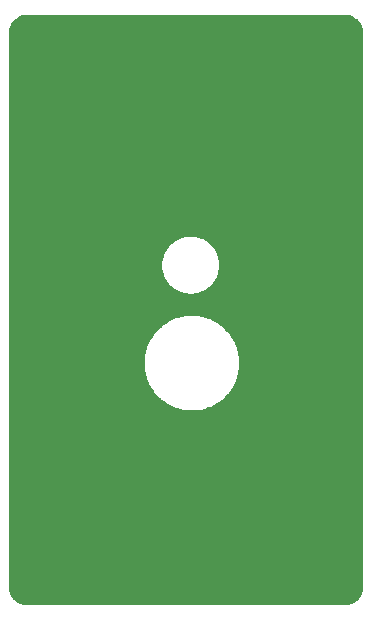
<source format=gtl>
%TF.GenerationSoftware,KiCad,Pcbnew,7.0.2-6a45011f42~172~ubuntu22.04.1*%
%TF.CreationDate,2023-05-17T08:29:49+02:00*%
%TF.ProjectId,PowerMeterLC,506f7765-724d-4657-9465-724c432e6b69,rev?*%
%TF.SameCoordinates,Original*%
%TF.FileFunction,Copper,L1,Top*%
%TF.FilePolarity,Positive*%
%FSLAX46Y46*%
G04 Gerber Fmt 4.6, Leading zero omitted, Abs format (unit mm)*
G04 Created by KiCad (PCBNEW 7.0.2-6a45011f42~172~ubuntu22.04.1) date 2023-05-17 08:29:49*
%MOMM*%
%LPD*%
G01*
G04 APERTURE LIST*
G04 APERTURE END LIST*
%TA.AperFunction,Conductor*%
%TO.N,GND*%
G36*
X40504417Y-148000815D02*
G01*
X40569755Y-148005489D01*
X40712453Y-148016719D01*
X40729056Y-148019168D01*
X40818500Y-148038625D01*
X40820979Y-148039192D01*
X40932570Y-148065983D01*
X40946925Y-148070365D01*
X41037735Y-148104236D01*
X41041696Y-148105794D01*
X41142794Y-148147670D01*
X41154758Y-148153394D01*
X41241588Y-148200807D01*
X41246915Y-148203892D01*
X41338433Y-148259974D01*
X41347951Y-148266432D01*
X41427845Y-148326241D01*
X41434037Y-148331193D01*
X41515086Y-148400416D01*
X41522235Y-148407025D01*
X41592973Y-148477763D01*
X41599582Y-148484912D01*
X41668793Y-148565947D01*
X41673770Y-148572169D01*
X41733564Y-148652045D01*
X41740024Y-148661565D01*
X41796100Y-148753072D01*
X41799206Y-148758436D01*
X41846602Y-148845237D01*
X41852330Y-148857209D01*
X41875679Y-148913578D01*
X41894181Y-148958245D01*
X41895790Y-148962335D01*
X41929627Y-149053056D01*
X41934019Y-149067442D01*
X41960793Y-149178964D01*
X41961385Y-149181553D01*
X41980828Y-149270933D01*
X41983280Y-149287561D01*
X41994517Y-149430330D01*
X41999184Y-149495586D01*
X41999499Y-149504425D01*
X41999500Y-196495572D01*
X41999184Y-196504418D01*
X41994517Y-196569668D01*
X41983279Y-196712441D01*
X41980828Y-196729066D01*
X41961390Y-196818423D01*
X41960798Y-196821012D01*
X41934019Y-196932556D01*
X41929627Y-196946942D01*
X41895790Y-197037663D01*
X41894169Y-197041784D01*
X41852330Y-197142789D01*
X41846602Y-197154761D01*
X41799206Y-197241562D01*
X41796100Y-197246926D01*
X41740024Y-197338433D01*
X41733564Y-197347953D01*
X41673770Y-197427829D01*
X41668793Y-197434051D01*
X41599582Y-197515086D01*
X41592973Y-197522235D01*
X41522235Y-197592973D01*
X41515086Y-197599582D01*
X41434051Y-197668793D01*
X41427829Y-197673770D01*
X41347953Y-197733564D01*
X41338433Y-197740024D01*
X41246926Y-197796100D01*
X41241562Y-197799206D01*
X41154761Y-197846602D01*
X41142789Y-197852330D01*
X41041784Y-197894169D01*
X41037663Y-197895790D01*
X40946942Y-197929627D01*
X40932556Y-197934019D01*
X40821012Y-197960798D01*
X40818423Y-197961390D01*
X40729067Y-197980828D01*
X40712439Y-197983280D01*
X40569669Y-197994517D01*
X40504416Y-197999184D01*
X40495575Y-197999500D01*
X13504428Y-197999500D01*
X13495582Y-197999184D01*
X13430331Y-197994517D01*
X13287557Y-197983279D01*
X13270932Y-197980828D01*
X13181575Y-197961390D01*
X13178986Y-197960798D01*
X13067442Y-197934019D01*
X13053056Y-197929627D01*
X12999050Y-197909484D01*
X12962324Y-197895785D01*
X12958245Y-197894181D01*
X12913578Y-197875679D01*
X12857209Y-197852330D01*
X12845237Y-197846602D01*
X12758436Y-197799206D01*
X12753072Y-197796100D01*
X12661565Y-197740024D01*
X12652045Y-197733564D01*
X12572169Y-197673770D01*
X12565955Y-197668799D01*
X12484912Y-197599582D01*
X12477763Y-197592973D01*
X12407025Y-197522235D01*
X12400416Y-197515086D01*
X12331193Y-197434037D01*
X12326241Y-197427845D01*
X12266432Y-197347951D01*
X12259974Y-197338433D01*
X12203898Y-197246926D01*
X12200807Y-197241588D01*
X12153394Y-197154758D01*
X12147668Y-197142789D01*
X12105794Y-197041696D01*
X12104236Y-197037735D01*
X12070365Y-196946925D01*
X12065983Y-196932570D01*
X12039192Y-196820979D01*
X12038625Y-196818500D01*
X12019168Y-196729054D01*
X12016719Y-196712449D01*
X12005489Y-196569755D01*
X12000814Y-196504392D01*
X12000500Y-196495576D01*
X12000500Y-177500000D01*
X23492173Y-177500000D01*
X23492322Y-177503032D01*
X23501200Y-177683749D01*
X23500987Y-177684632D01*
X23501177Y-177686532D01*
X23501643Y-177692788D01*
X23502326Y-177706684D01*
X23502444Y-177711510D01*
X23502591Y-177712078D01*
X23511322Y-177889793D01*
X23511323Y-177889803D01*
X23511472Y-177892836D01*
X23511918Y-177895844D01*
X23511919Y-177895852D01*
X23538905Y-178077780D01*
X23538704Y-178079218D01*
X23539621Y-178083752D01*
X23540738Y-178090133D01*
X23542846Y-178104349D01*
X23543011Y-178105683D01*
X23543067Y-178105834D01*
X23568734Y-178278874D01*
X23568737Y-178278892D01*
X23569182Y-178281888D01*
X23569918Y-178284827D01*
X23569922Y-178284846D01*
X23615348Y-178466196D01*
X23615267Y-178468189D01*
X23617372Y-178475011D01*
X23619164Y-178481428D01*
X23664010Y-178660464D01*
X23664014Y-178660479D01*
X23664749Y-178663411D01*
X23706003Y-178778708D01*
X23729780Y-178845159D01*
X23729927Y-178847696D01*
X23733623Y-178856464D01*
X23736109Y-178862850D01*
X23797251Y-179033729D01*
X23798554Y-179036485D01*
X23798557Y-179036491D01*
X23881084Y-179210982D01*
X23881560Y-179214011D01*
X23887145Y-179224265D01*
X23890340Y-179230551D01*
X23965412Y-179389277D01*
X23966975Y-179391884D01*
X23966980Y-179391893D01*
X24067782Y-179560070D01*
X24068687Y-179563552D01*
X24076419Y-179574893D01*
X24080322Y-179580993D01*
X24165674Y-179723392D01*
X24167614Y-179726629D01*
X24169417Y-179729060D01*
X24169427Y-179729075D01*
X24288062Y-179889037D01*
X24289483Y-179892899D01*
X24299531Y-179904875D01*
X24304138Y-179910712D01*
X24400095Y-180040095D01*
X24401908Y-180042539D01*
X24492601Y-180142604D01*
X24539750Y-180194624D01*
X24541767Y-180198793D01*
X24554221Y-180210940D01*
X24559516Y-180216433D01*
X24666038Y-180333962D01*
X24762577Y-180421460D01*
X24820412Y-180473878D01*
X24823093Y-180478263D01*
X24837984Y-180490138D01*
X24843943Y-180495206D01*
X24904251Y-180549865D01*
X24957461Y-180598092D01*
X25035362Y-180655867D01*
X25127270Y-180724031D01*
X25130673Y-180728535D01*
X25147986Y-180739717D01*
X25154569Y-180744277D01*
X25273371Y-180832386D01*
X25457370Y-180942671D01*
X25461537Y-180947187D01*
X25481161Y-180957248D01*
X25488339Y-180961234D01*
X25553627Y-181000366D01*
X25610723Y-181034588D01*
X25613472Y-181035888D01*
X25613483Y-181035894D01*
X25807434Y-181127625D01*
X25812394Y-181132041D01*
X25834191Y-181140595D01*
X25841908Y-181143930D01*
X25963499Y-181201439D01*
X25963516Y-181201446D01*
X25966271Y-181202749D01*
X26174083Y-181277105D01*
X26179846Y-181281300D01*
X26203614Y-181287987D01*
X26211774Y-181290591D01*
X26336589Y-181335251D01*
X26553700Y-181389634D01*
X26560268Y-181393492D01*
X26585760Y-181397987D01*
X26594355Y-181399818D01*
X26718112Y-181430818D01*
X26942585Y-181464115D01*
X26949934Y-181467510D01*
X26976858Y-181469528D01*
X26985766Y-181470520D01*
X27107164Y-181488528D01*
X27334958Y-181499718D01*
X27336934Y-181499816D01*
X27345026Y-181502630D01*
X27373057Y-181501931D01*
X27382221Y-181502040D01*
X27500000Y-181507827D01*
X27732890Y-181496385D01*
X27741675Y-181498503D01*
X27770473Y-181494894D01*
X27779790Y-181494081D01*
X27892836Y-181488528D01*
X28126570Y-181453857D01*
X28135982Y-181455167D01*
X28165197Y-181448499D01*
X28174581Y-181446735D01*
X28281888Y-181430818D01*
X28514142Y-181372641D01*
X28524099Y-181373041D01*
X28553324Y-181363222D01*
X28562688Y-181360481D01*
X28577626Y-181356739D01*
X28663411Y-181335251D01*
X28891781Y-181253538D01*
X28902187Y-181252934D01*
X28931045Y-181239913D01*
X28940239Y-181236199D01*
X29033729Y-181202749D01*
X29255831Y-181097702D01*
X29266570Y-181096011D01*
X29294632Y-181079810D01*
X29303617Y-181075102D01*
X29303729Y-181075048D01*
X29389277Y-181034588D01*
X29602697Y-180906668D01*
X29613654Y-180903819D01*
X29640557Y-180884477D01*
X29649177Y-180878809D01*
X29726629Y-180832386D01*
X29929013Y-180682288D01*
X29940049Y-180678227D01*
X29965387Y-180655867D01*
X29973553Y-180649254D01*
X30042539Y-180598092D01*
X30231558Y-180426774D01*
X30242539Y-180421460D01*
X30265956Y-180396224D01*
X30273581Y-180388688D01*
X30333962Y-180333962D01*
X30507399Y-180142603D01*
X30518177Y-180136011D01*
X30539322Y-180108096D01*
X30546282Y-180099702D01*
X30598092Y-180042539D01*
X30753806Y-179832581D01*
X30764233Y-179824703D01*
X30782787Y-179794341D01*
X30788997Y-179785132D01*
X30832386Y-179726629D01*
X30968397Y-179499708D01*
X30978312Y-179490559D01*
X30993974Y-179458038D01*
X30999324Y-179448110D01*
X31034588Y-179389277D01*
X31149049Y-179147267D01*
X31158301Y-179136874D01*
X31170815Y-179102494D01*
X31175243Y-179091887D01*
X31201439Y-179036500D01*
X31201443Y-179036490D01*
X31202749Y-179033729D01*
X31293999Y-178778702D01*
X31302430Y-178767118D01*
X31311572Y-178731219D01*
X31314978Y-178720068D01*
X31335251Y-178663411D01*
X31401831Y-178397608D01*
X31409298Y-178384893D01*
X31414883Y-178347844D01*
X31417215Y-178336194D01*
X31430075Y-178284854D01*
X31430077Y-178284846D01*
X31430818Y-178281888D01*
X31488528Y-177892836D01*
X31507827Y-177500000D01*
X31488528Y-177107164D01*
X31430818Y-176718112D01*
X31417213Y-176663798D01*
X31414885Y-176652162D01*
X31410043Y-176620037D01*
X31401834Y-176602402D01*
X31335989Y-176339535D01*
X31335988Y-176339533D01*
X31335251Y-176336589D01*
X31314986Y-176279953D01*
X31311575Y-176268788D01*
X31303624Y-176237565D01*
X31293998Y-176221295D01*
X31203778Y-175969148D01*
X31203776Y-175969142D01*
X31202749Y-175966271D01*
X31175242Y-175908112D01*
X31170815Y-175897506D01*
X31159907Y-175867539D01*
X31149050Y-175852734D01*
X31112627Y-175775724D01*
X31034588Y-175610723D01*
X30999335Y-175551907D01*
X30993974Y-175541962D01*
X30980287Y-175513542D01*
X30968397Y-175500291D01*
X30929530Y-175435445D01*
X30832386Y-175273371D01*
X30830579Y-175270935D01*
X30830572Y-175270924D01*
X30788999Y-175214869D01*
X30782789Y-175205661D01*
X30766533Y-175179061D01*
X30753808Y-175167420D01*
X30695862Y-175089289D01*
X30598092Y-174957461D01*
X30546292Y-174900308D01*
X30539326Y-174891907D01*
X30520753Y-174867388D01*
X30507399Y-174857396D01*
X30336004Y-174668291D01*
X30336003Y-174668290D01*
X30333962Y-174666038D01*
X30273591Y-174611321D01*
X30265965Y-174603784D01*
X30245345Y-174581561D01*
X30231556Y-174573223D01*
X30173556Y-174520655D01*
X30042539Y-174401908D01*
X30040091Y-174400093D01*
X30040082Y-174400085D01*
X29973583Y-174350765D01*
X29965402Y-174344142D01*
X29943031Y-174324399D01*
X29929014Y-174317711D01*
X29729075Y-174169427D01*
X29729060Y-174169417D01*
X29726629Y-174167614D01*
X29680380Y-174139893D01*
X29649198Y-174121203D01*
X29640564Y-174115526D01*
X29616759Y-174098411D01*
X29602696Y-174093331D01*
X29453554Y-174003938D01*
X29389277Y-173965412D01*
X29386521Y-173964108D01*
X29386507Y-173964101D01*
X29303627Y-173924901D01*
X29294645Y-173920195D01*
X29269753Y-173905824D01*
X29255831Y-173902297D01*
X29036483Y-173798553D01*
X29036473Y-173798549D01*
X29033729Y-173797251D01*
X28940284Y-173763815D01*
X28931056Y-173760091D01*
X28905395Y-173748512D01*
X28891781Y-173746461D01*
X28784378Y-173708031D01*
X28663411Y-173664749D01*
X28660473Y-173664013D01*
X28660463Y-173664010D01*
X28562702Y-173639522D01*
X28553340Y-173636781D01*
X28527291Y-173628029D01*
X28514143Y-173627358D01*
X28284846Y-173569922D01*
X28284827Y-173569918D01*
X28281888Y-173569182D01*
X28278880Y-173568735D01*
X28278876Y-173568735D01*
X28174615Y-173553269D01*
X28165219Y-173551502D01*
X28139121Y-173545545D01*
X28126571Y-173546143D01*
X27895852Y-173511919D01*
X27895844Y-173511918D01*
X27892836Y-173511472D01*
X27889805Y-173511323D01*
X27889794Y-173511322D01*
X27779824Y-173505920D01*
X27770491Y-173505107D01*
X27744703Y-173501875D01*
X27732889Y-173503614D01*
X27503033Y-173492322D01*
X27500000Y-173492173D01*
X27496967Y-173492322D01*
X27382247Y-173497957D01*
X27373074Y-173498068D01*
X27347915Y-173497441D01*
X27336936Y-173500183D01*
X27110206Y-173511322D01*
X27110194Y-173511323D01*
X27107164Y-173511472D01*
X27104157Y-173511917D01*
X27104147Y-173511919D01*
X26985800Y-173529474D01*
X26976873Y-173530469D01*
X26952660Y-173532283D01*
X26942587Y-173535884D01*
X26721122Y-173568735D01*
X26721111Y-173568737D01*
X26718112Y-173569182D01*
X26715176Y-173569917D01*
X26715153Y-173569922D01*
X26594369Y-173600177D01*
X26585775Y-173602009D01*
X26562797Y-173606061D01*
X26553701Y-173610364D01*
X26339536Y-173664010D01*
X26339520Y-173664014D01*
X26336589Y-173664749D01*
X26211803Y-173709397D01*
X26203628Y-173712007D01*
X26182165Y-173718045D01*
X26174082Y-173722895D01*
X25969142Y-173796223D01*
X25969128Y-173796228D01*
X25966271Y-173797251D01*
X25963521Y-173798551D01*
X25963508Y-173798557D01*
X25841915Y-173856066D01*
X25834202Y-173859399D01*
X25814478Y-173867140D01*
X25807436Y-173872373D01*
X25613476Y-173964109D01*
X25613460Y-173964117D01*
X25610723Y-173965412D01*
X25608119Y-173966972D01*
X25608111Y-173966977D01*
X25488345Y-174038762D01*
X25481171Y-174042745D01*
X25463378Y-174051867D01*
X25457366Y-174057331D01*
X25275976Y-174166052D01*
X25275967Y-174166057D01*
X25273371Y-174167614D01*
X25270948Y-174169410D01*
X25270924Y-174169427D01*
X25154578Y-174255715D01*
X25147990Y-174260279D01*
X25132275Y-174270429D01*
X25127270Y-174275969D01*
X24959919Y-174400085D01*
X24957461Y-174401908D01*
X24955218Y-174403940D01*
X24955202Y-174403954D01*
X24843946Y-174504791D01*
X24837988Y-174509858D01*
X24824448Y-174520655D01*
X24820414Y-174526119D01*
X24666038Y-174666038D01*
X24664005Y-174668280D01*
X24664005Y-174668281D01*
X24559526Y-174783556D01*
X24554232Y-174789047D01*
X24542884Y-174800115D01*
X24539751Y-174805373D01*
X24403954Y-174955202D01*
X24403940Y-174955218D01*
X24401908Y-174957461D01*
X24400108Y-174959887D01*
X24400085Y-174959916D01*
X24304136Y-175089289D01*
X24299531Y-175095125D01*
X24290372Y-175106039D01*
X24288063Y-175110961D01*
X24169427Y-175270924D01*
X24169410Y-175270948D01*
X24167614Y-175273371D01*
X24166060Y-175275962D01*
X24166057Y-175275968D01*
X24080325Y-175419002D01*
X24076424Y-175425099D01*
X24069370Y-175435445D01*
X24067783Y-175439927D01*
X23966980Y-175608106D01*
X23966975Y-175608114D01*
X23965412Y-175610723D01*
X23964121Y-175613452D01*
X23964109Y-175613475D01*
X23890345Y-175769439D01*
X23887150Y-175775724D01*
X23882056Y-175785076D01*
X23881085Y-175789018D01*
X23798553Y-175963516D01*
X23798545Y-175963533D01*
X23797251Y-175966271D01*
X23796228Y-175969128D01*
X23796223Y-175969142D01*
X23736116Y-176137132D01*
X23733629Y-176143522D01*
X23730259Y-176151514D01*
X23729781Y-176154836D01*
X23664749Y-176336589D01*
X23664014Y-176339520D01*
X23664010Y-176339536D01*
X23619165Y-176518566D01*
X23617374Y-176524979D01*
X23615466Y-176531162D01*
X23615349Y-176533803D01*
X23569921Y-176715158D01*
X23569920Y-176715164D01*
X23569182Y-176718112D01*
X23568737Y-176721111D01*
X23568735Y-176721122D01*
X23543067Y-176894165D01*
X23543017Y-176894272D01*
X23542845Y-176895660D01*
X23540737Y-176909870D01*
X23539622Y-176916235D01*
X23538801Y-176920297D01*
X23538905Y-176922218D01*
X23511919Y-177104147D01*
X23511917Y-177104157D01*
X23511472Y-177107164D01*
X23511323Y-177110194D01*
X23511322Y-177110206D01*
X23502591Y-177287920D01*
X23502448Y-177288328D01*
X23502326Y-177293316D01*
X23501643Y-177307210D01*
X23501177Y-177313462D01*
X23501017Y-177315059D01*
X23501200Y-177316249D01*
X23492173Y-177500000D01*
X12000500Y-177500000D01*
X12000500Y-169200000D01*
X24986418Y-169200000D01*
X24986663Y-169203894D01*
X24993637Y-169314742D01*
X24992292Y-169320677D01*
X24995129Y-169342678D01*
X24995902Y-169350742D01*
X24996384Y-169358397D01*
X24996629Y-169366189D01*
X24996629Y-169384107D01*
X24998422Y-169390806D01*
X25005205Y-169498608D01*
X25005450Y-169502502D01*
X25006177Y-169506314D01*
X25006179Y-169506328D01*
X25027569Y-169618455D01*
X25026900Y-169625319D01*
X25033087Y-169648914D01*
X25034944Y-169657122D01*
X25036488Y-169665213D01*
X25037668Y-169672598D01*
X25039639Y-169687891D01*
X25041844Y-169693287D01*
X25062245Y-169800233D01*
X25063447Y-169803932D01*
X25063450Y-169803943D01*
X25099676Y-169915434D01*
X25099895Y-169923126D01*
X25109799Y-169947589D01*
X25112790Y-169955798D01*
X25115677Y-169964682D01*
X25117692Y-169971551D01*
X25120887Y-169983736D01*
X25123196Y-169987822D01*
X25155908Y-170088499D01*
X25157563Y-170092017D01*
X25157569Y-170092031D01*
X25208795Y-170200891D01*
X25210097Y-170209272D01*
X25223934Y-170233840D01*
X25228090Y-170241893D01*
X25232794Y-170251890D01*
X25235531Y-170258151D01*
X25239054Y-170266854D01*
X25241169Y-170269691D01*
X25283299Y-170359220D01*
X25283303Y-170359227D01*
X25284962Y-170362752D01*
X25287045Y-170366034D01*
X25287048Y-170366039D01*
X25353192Y-170470266D01*
X25355748Y-170479159D01*
X25373576Y-170503047D01*
X25378891Y-170510762D01*
X25386032Y-170522013D01*
X25389372Y-170527595D01*
X25392208Y-170532631D01*
X25393854Y-170534339D01*
X25447371Y-170618668D01*
X25530518Y-170719176D01*
X25534472Y-170728386D01*
X25556237Y-170750860D01*
X25562705Y-170758083D01*
X25573055Y-170770594D01*
X25576883Y-170775465D01*
X25577863Y-170776778D01*
X25578783Y-170777518D01*
X25640574Y-170852211D01*
X25643409Y-170854873D01*
X25643422Y-170854887D01*
X25737939Y-170943643D01*
X25743394Y-170952928D01*
X25768875Y-170973248D01*
X25776447Y-170979804D01*
X25790991Y-170993462D01*
X25792756Y-170995200D01*
X25793002Y-170995350D01*
X25858682Y-171057028D01*
X25858688Y-171057033D01*
X25861525Y-171059697D01*
X25864680Y-171061989D01*
X25864681Y-171061990D01*
X25972109Y-171140041D01*
X25979137Y-171149155D01*
X26008023Y-171166666D01*
X26016615Y-171172376D01*
X26106738Y-171237855D01*
X26220722Y-171300518D01*
X26229277Y-171305221D01*
X26237903Y-171313896D01*
X26269764Y-171328000D01*
X26279305Y-171332724D01*
X26372347Y-171383874D01*
X26439720Y-171410549D01*
X26505282Y-171436507D01*
X26515491Y-171444473D01*
X26549806Y-171454657D01*
X26560167Y-171458237D01*
X26654162Y-171495453D01*
X26795696Y-171531792D01*
X26807420Y-171538771D01*
X26843590Y-171544619D01*
X26854628Y-171546923D01*
X26947740Y-171570831D01*
X27095843Y-171589540D01*
X27108987Y-171595273D01*
X27146387Y-171596472D01*
X27157932Y-171597384D01*
X27248450Y-171608819D01*
X27252345Y-171608819D01*
X27400900Y-171608819D01*
X27415313Y-171613051D01*
X27453246Y-171609392D01*
X27465153Y-171608819D01*
X27547655Y-171608819D01*
X27551550Y-171608819D01*
X27705940Y-171589315D01*
X27721426Y-171591813D01*
X27759170Y-171583198D01*
X27771209Y-171581069D01*
X27852260Y-171570831D01*
X28006055Y-171531343D01*
X28022392Y-171531903D01*
X28059232Y-171518345D01*
X28071194Y-171514618D01*
X28145838Y-171495453D01*
X28296420Y-171435832D01*
X28313343Y-171434281D01*
X28348572Y-171415903D01*
X28360280Y-171410549D01*
X28361408Y-171410102D01*
X28427653Y-171383874D01*
X28572369Y-171304316D01*
X28589591Y-171300518D01*
X28622532Y-171277539D01*
X28633721Y-171270587D01*
X28693262Y-171237855D01*
X28829440Y-171138915D01*
X28846640Y-171132778D01*
X28876648Y-171105526D01*
X28887129Y-171097002D01*
X28938475Y-171059697D01*
X29063491Y-170942299D01*
X29080338Y-170933775D01*
X29106824Y-170902664D01*
X29116355Y-170892656D01*
X29159426Y-170852211D01*
X29270785Y-170717600D01*
X29286936Y-170706690D01*
X29309375Y-170672218D01*
X29317749Y-170660830D01*
X29352629Y-170618668D01*
X29447939Y-170468483D01*
X29463044Y-170455242D01*
X29480996Y-170417965D01*
X29488011Y-170405338D01*
X29515038Y-170362752D01*
X29592137Y-170198907D01*
X29605857Y-170183434D01*
X29618954Y-170143989D01*
X29624439Y-170130264D01*
X29642433Y-170092025D01*
X29642434Y-170092022D01*
X29644092Y-170088499D01*
X29701027Y-169913267D01*
X29713033Y-169895710D01*
X29721014Y-169854730D01*
X29724791Y-169840131D01*
X29737755Y-169800233D01*
X29794550Y-169502502D01*
X29813582Y-169200000D01*
X29794550Y-168897498D01*
X29737755Y-168599767D01*
X29724794Y-168559879D01*
X29721013Y-168545271D01*
X29714406Y-168511344D01*
X29701030Y-168486741D01*
X29644092Y-168311501D01*
X29642436Y-168307983D01*
X29642433Y-168307974D01*
X29624440Y-168269737D01*
X29618956Y-168256015D01*
X29608060Y-168223200D01*
X29592139Y-168201096D01*
X29575695Y-168166151D01*
X29515038Y-168037248D01*
X29488025Y-167994682D01*
X29481001Y-167982040D01*
X29465995Y-167950880D01*
X29447939Y-167931517D01*
X29352629Y-167781332D01*
X29317754Y-167739175D01*
X29309378Y-167727785D01*
X29290533Y-167698832D01*
X29270786Y-167682400D01*
X29159426Y-167547789D01*
X29116362Y-167507349D01*
X29106827Y-167497338D01*
X29084474Y-167471082D01*
X29063492Y-167457701D01*
X28941317Y-167342971D01*
X28941309Y-167342965D01*
X28938475Y-167340303D01*
X28887130Y-167302998D01*
X28876652Y-167294477D01*
X28851209Y-167271370D01*
X28829440Y-167261084D01*
X28693262Y-167162145D01*
X28633745Y-167129425D01*
X28622541Y-167122465D01*
X28594481Y-167102892D01*
X28572368Y-167095683D01*
X28431071Y-167018005D01*
X28431070Y-167018004D01*
X28427653Y-167016126D01*
X28424036Y-167014694D01*
X28424032Y-167014692D01*
X28360291Y-166989455D01*
X28348587Y-166984102D01*
X28318436Y-166968373D01*
X28296422Y-166964167D01*
X28149467Y-166905983D01*
X28149455Y-166905979D01*
X28145838Y-166904547D01*
X28142064Y-166903578D01*
X28142061Y-166903577D01*
X28071231Y-166885391D01*
X28059244Y-166881657D01*
X28027579Y-166870004D01*
X28006057Y-166868657D01*
X27856046Y-166830141D01*
X27856044Y-166830140D01*
X27852260Y-166829169D01*
X27848395Y-166828680D01*
X27848386Y-166828679D01*
X27771230Y-166818932D01*
X27759181Y-166816801D01*
X27726598Y-166809364D01*
X27705940Y-166810684D01*
X27555416Y-166791669D01*
X27555409Y-166791668D01*
X27551550Y-166791181D01*
X27465147Y-166791181D01*
X27453241Y-166790608D01*
X27420357Y-166787435D01*
X27400899Y-166791181D01*
X27248450Y-166791181D01*
X27244591Y-166791668D01*
X27244583Y-166791669D01*
X27157970Y-166802611D01*
X27146403Y-166803525D01*
X27113833Y-166804569D01*
X27095845Y-166810459D01*
X26951615Y-166828679D01*
X26951607Y-166828680D01*
X26947740Y-166829169D01*
X26943960Y-166830139D01*
X26943952Y-166830141D01*
X26854646Y-166853071D01*
X26843601Y-166855377D01*
X26811969Y-166860491D01*
X26795697Y-166868206D01*
X26657938Y-166903577D01*
X26657930Y-166903579D01*
X26654162Y-166904547D01*
X26650546Y-166905978D01*
X26650545Y-166905979D01*
X26560180Y-166941757D01*
X26549815Y-166945339D01*
X26519683Y-166954282D01*
X26505283Y-166963492D01*
X26375972Y-167014690D01*
X26375961Y-167014694D01*
X26372347Y-167016126D01*
X26368935Y-167018001D01*
X26368928Y-167018005D01*
X26279322Y-167067266D01*
X26269778Y-167071991D01*
X26241681Y-167084428D01*
X26229280Y-167094777D01*
X26110157Y-167160265D01*
X26110152Y-167160267D01*
X26106738Y-167162145D01*
X26103582Y-167164437D01*
X26103574Y-167164443D01*
X26016633Y-167227610D01*
X26008029Y-167233329D01*
X25982456Y-167248831D01*
X25972111Y-167259957D01*
X25864682Y-167338009D01*
X25861525Y-167340303D01*
X25858690Y-167342965D01*
X25858683Y-167342971D01*
X25793001Y-167404650D01*
X25792809Y-167404746D01*
X25790990Y-167406538D01*
X25776449Y-167420193D01*
X25768880Y-167426747D01*
X25746234Y-167444806D01*
X25737941Y-167456355D01*
X25643415Y-167545120D01*
X25643405Y-167545129D01*
X25640574Y-167547789D01*
X25638096Y-167550784D01*
X25638086Y-167550795D01*
X25578784Y-167622479D01*
X25578043Y-167622979D01*
X25576874Y-167624546D01*
X25573046Y-167629415D01*
X25562708Y-167641911D01*
X25556243Y-167649132D01*
X25536822Y-167669186D01*
X25530518Y-167680823D01*
X25449852Y-167778332D01*
X25449846Y-167778340D01*
X25447371Y-167781332D01*
X25445293Y-167784606D01*
X25445286Y-167784616D01*
X25393855Y-167865658D01*
X25392503Y-167866842D01*
X25389365Y-167872415D01*
X25386017Y-167878011D01*
X25378898Y-167889228D01*
X25373580Y-167896946D01*
X25357613Y-167918341D01*
X25353193Y-167929731D01*
X25287048Y-168033960D01*
X25287043Y-168033967D01*
X25284962Y-168037248D01*
X25283308Y-168040760D01*
X25283299Y-168040779D01*
X25241170Y-168130308D01*
X25239388Y-168132317D01*
X25235519Y-168141873D01*
X25232783Y-168148131D01*
X25228091Y-168158102D01*
X25223937Y-168166151D01*
X25211501Y-168188233D01*
X25208796Y-168199106D01*
X25157566Y-168307974D01*
X25157557Y-168307996D01*
X25155908Y-168311501D01*
X25154708Y-168315192D01*
X25154704Y-168315204D01*
X25123197Y-168412175D01*
X25121189Y-168415110D01*
X25117691Y-168428452D01*
X25115674Y-168435328D01*
X25112790Y-168444201D01*
X25109802Y-168452400D01*
X25100867Y-168474470D01*
X25099676Y-168484563D01*
X25063451Y-168596051D01*
X25063445Y-168596071D01*
X25062245Y-168599767D01*
X25061515Y-168603590D01*
X25061515Y-168603593D01*
X25041844Y-168706712D01*
X25039828Y-168710640D01*
X25037666Y-168727406D01*
X25036489Y-168734776D01*
X25034947Y-168742861D01*
X25033088Y-168751081D01*
X25027489Y-168772433D01*
X25027569Y-168781543D01*
X25006180Y-168893671D01*
X25005450Y-168897498D01*
X25005205Y-168901387D01*
X25005205Y-168901390D01*
X24998422Y-169009192D01*
X24996629Y-169014127D01*
X24996629Y-169033810D01*
X24996384Y-169041604D01*
X24995902Y-169049257D01*
X24995129Y-169057318D01*
X24992554Y-169077287D01*
X24993637Y-169085256D01*
X24986418Y-169200000D01*
X12000500Y-169200000D01*
X12000500Y-149504426D01*
X12000816Y-149495581D01*
X12005492Y-149430203D01*
X12016720Y-149287538D01*
X12019165Y-149270955D01*
X12038636Y-149181451D01*
X12039181Y-149179066D01*
X12065984Y-149067424D01*
X12070365Y-149053074D01*
X12104251Y-148962224D01*
X12105778Y-148958341D01*
X12147676Y-148857190D01*
X12153387Y-148845255D01*
X12200826Y-148758376D01*
X12203871Y-148753118D01*
X12259989Y-148661542D01*
X12266418Y-148652068D01*
X12326264Y-148572123D01*
X12331168Y-148565992D01*
X12400440Y-148484885D01*
X12407000Y-148477789D01*
X12477789Y-148407000D01*
X12484885Y-148400440D01*
X12565992Y-148331168D01*
X12572123Y-148326264D01*
X12652068Y-148266418D01*
X12661542Y-148259989D01*
X12753118Y-148203871D01*
X12758376Y-148200826D01*
X12845255Y-148153387D01*
X12857190Y-148147676D01*
X12958341Y-148105778D01*
X12962224Y-148104251D01*
X13053083Y-148070362D01*
X13067420Y-148065985D01*
X13179060Y-148039182D01*
X13181454Y-148038635D01*
X13270949Y-148019167D01*
X13287546Y-148016719D01*
X13430203Y-148005492D01*
X13495607Y-148000814D01*
X13504424Y-148000500D01*
X40495574Y-148000500D01*
X40504417Y-148000815D01*
G37*
%TD.AperFunction*%
%TD*%
M02*

</source>
